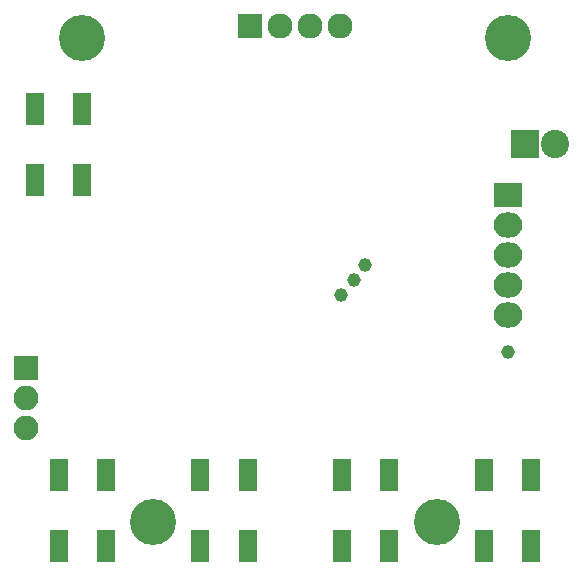
<source format=gts>
G04 #@! TF.FileFunction,Soldermask,Top*
%FSLAX46Y46*%
G04 Gerber Fmt 4.6, Leading zero omitted, Abs format (unit mm)*
G04 Created by KiCad (PCBNEW 4.0.2+dfsg1-stable) date Seg 16 Out 2017 09:01:32 BRST*
%MOMM*%
G01*
G04 APERTURE LIST*
%ADD10C,0.100000*%
%ADD11R,1.600000X2.800000*%
%ADD12R,2.432000X2.127200*%
%ADD13O,2.432000X2.127200*%
%ADD14C,2.127200*%
%ADD15R,2.127200X2.127200*%
%ADD16R,2.400000X2.400000*%
%ADD17C,2.400000*%
%ADD18C,1.162000*%
%ADD19C,3.900000*%
%ADD20R,2.100000X2.100000*%
%ADD21O,2.100000X2.100000*%
G04 APERTURE END LIST*
D10*
D11*
X37000000Y-40000000D03*
X33000000Y-40000000D03*
X37000000Y-46000000D03*
X33000000Y-46000000D03*
D12*
X73027600Y-47297400D03*
D13*
X73027600Y-49837400D03*
X73027600Y-52377400D03*
X73027600Y-54917400D03*
X73027600Y-57457400D03*
D14*
X56308000Y-33000000D03*
D15*
X51228000Y-33000000D03*
D14*
X58848000Y-33000000D03*
X53768000Y-33000000D03*
D16*
X74460000Y-43000000D03*
D17*
X77000000Y-43000000D03*
D18*
X60937200Y-53241000D03*
X59997400Y-54536400D03*
X58930600Y-55806400D03*
X73053000Y-60607000D03*
D19*
X43000000Y-75000000D03*
X67000000Y-75000000D03*
X37000000Y-34000000D03*
X73000000Y-34000000D03*
D11*
X39000000Y-71000000D03*
X35000000Y-71000000D03*
X39000000Y-77000000D03*
X35000000Y-77000000D03*
X47000000Y-77000000D03*
X51000000Y-77000000D03*
X47000000Y-71000000D03*
X51000000Y-71000000D03*
X63000000Y-71000000D03*
X59000000Y-71000000D03*
X63000000Y-77000000D03*
X59000000Y-77000000D03*
X71000000Y-77000000D03*
X75000000Y-77000000D03*
X71000000Y-71000000D03*
X75000000Y-71000000D03*
D20*
X32250000Y-61960000D03*
D21*
X32250000Y-64500000D03*
X32250000Y-67040000D03*
M02*

</source>
